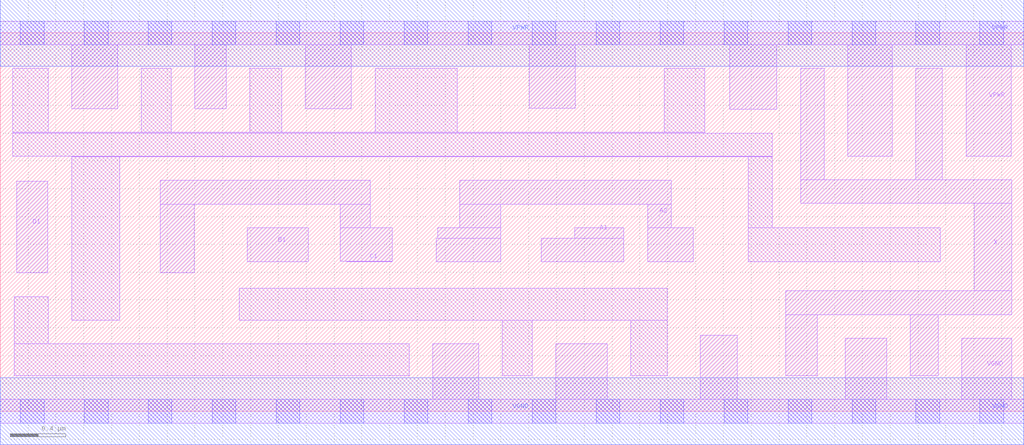
<source format=lef>
# Copyright 2020 The SkyWater PDK Authors
#
# Licensed under the Apache License, Version 2.0 (the "License");
# you may not use this file except in compliance with the License.
# You may obtain a copy of the License at
#
#     https://www.apache.org/licenses/LICENSE-2.0
#
# Unless required by applicable law or agreed to in writing, software
# distributed under the License is distributed on an "AS IS" BASIS,
# WITHOUT WARRANTIES OR CONDITIONS OF ANY KIND, either express or implied.
# See the License for the specific language governing permissions and
# limitations under the License.
#
# SPDX-License-Identifier: Apache-2.0

VERSION 5.7 ;
  NAMESCASESENSITIVE ON ;
  NOWIREEXTENSIONATPIN ON ;
  DIVIDERCHAR "/" ;
  BUSBITCHARS "[]" ;
UNITS
  DATABASE MICRONS 200 ;
END UNITS
MACRO sky130_fd_sc_hd__o2111a_4
  CLASS CORE ;
  SOURCE USER ;
  FOREIGN sky130_fd_sc_hd__o2111a_4 ;
  ORIGIN  0.000000  0.000000 ;
  SIZE  7.360000 BY  2.720000 ;
  SYMMETRY X Y R90 ;
  SITE unithd ;
  PIN A1
    ANTENNAGATEAREA  0.495000 ;
    DIRECTION INPUT ;
    USE SIGNAL ;
    PORT
      LAYER li1 ;
        RECT 3.890000 1.075000 4.485000 1.245000 ;
        RECT 4.130000 1.245000 4.485000 1.320000 ;
    END
  END A1
  PIN A2
    ANTENNAGATEAREA  0.495000 ;
    DIRECTION INPUT ;
    USE SIGNAL ;
    PORT
      LAYER li1 ;
        RECT 3.135000 1.075000 3.600000 1.245000 ;
        RECT 3.145000 1.245000 3.600000 1.320000 ;
        RECT 3.305000 1.320000 3.600000 1.490000 ;
        RECT 3.305000 1.490000 4.825000 1.660000 ;
        RECT 4.655000 1.075000 4.985000 1.320000 ;
        RECT 4.655000 1.320000 4.825000 1.490000 ;
    END
  END A2
  PIN B1
    ANTENNAGATEAREA  0.495000 ;
    DIRECTION INPUT ;
    USE SIGNAL ;
    PORT
      LAYER li1 ;
        RECT 1.775000 1.075000 2.215000 1.320000 ;
    END
  END B1
  PIN C1
    ANTENNAGATEAREA  0.495000 ;
    DIRECTION INPUT ;
    USE SIGNAL ;
    PORT
      LAYER li1 ;
        RECT 1.150000 0.995000 1.395000 1.490000 ;
        RECT 1.150000 1.490000 2.660000 1.660000 ;
        RECT 2.445000 1.080000 2.820000 1.320000 ;
        RECT 2.445000 1.320000 2.660000 1.490000 ;
        RECT 2.490000 1.075000 2.820000 1.080000 ;
    END
  END C1
  PIN D1
    ANTENNAGATEAREA  0.495000 ;
    DIRECTION INPUT ;
    USE SIGNAL ;
    PORT
      LAYER li1 ;
        RECT 0.120000 0.995000 0.340000 1.655000 ;
    END
  END D1
  PIN X
    ANTENNADIFFAREA  0.962500 ;
    DIRECTION OUTPUT ;
    USE SIGNAL ;
    PORT
      LAYER li1 ;
        RECT 5.650000 0.255000 5.875000 0.695000 ;
        RECT 5.650000 0.695000 7.275000 0.865000 ;
        RECT 5.755000 1.495000 7.275000 1.665000 ;
        RECT 5.755000 1.665000 5.925000 2.465000 ;
        RECT 6.545000 0.255000 6.745000 0.695000 ;
        RECT 6.585000 1.665000 6.775000 2.465000 ;
        RECT 7.005000 0.865000 7.275000 1.495000 ;
    END
  END X
  PIN VGND
    DIRECTION INOUT ;
    SHAPE ABUTMENT ;
    USE GROUND ;
    PORT
      LAYER li1 ;
        RECT 0.000000 -0.085000 7.360000 0.085000 ;
        RECT 3.110000  0.085000 3.440000 0.485000 ;
        RECT 3.995000  0.085000 4.365000 0.485000 ;
        RECT 5.035000  0.085000 5.300000 0.545000 ;
        RECT 6.075000  0.085000 6.375000 0.525000 ;
        RECT 6.915000  0.085000 7.275000 0.525000 ;
      LAYER mcon ;
        RECT 0.145000 -0.085000 0.315000 0.085000 ;
        RECT 0.605000 -0.085000 0.775000 0.085000 ;
        RECT 1.065000 -0.085000 1.235000 0.085000 ;
        RECT 1.525000 -0.085000 1.695000 0.085000 ;
        RECT 1.985000 -0.085000 2.155000 0.085000 ;
        RECT 2.445000 -0.085000 2.615000 0.085000 ;
        RECT 2.905000 -0.085000 3.075000 0.085000 ;
        RECT 3.365000 -0.085000 3.535000 0.085000 ;
        RECT 3.825000 -0.085000 3.995000 0.085000 ;
        RECT 4.285000 -0.085000 4.455000 0.085000 ;
        RECT 4.745000 -0.085000 4.915000 0.085000 ;
        RECT 5.205000 -0.085000 5.375000 0.085000 ;
        RECT 5.665000 -0.085000 5.835000 0.085000 ;
        RECT 6.125000 -0.085000 6.295000 0.085000 ;
        RECT 6.585000 -0.085000 6.755000 0.085000 ;
        RECT 7.045000 -0.085000 7.215000 0.085000 ;
      LAYER met1 ;
        RECT 0.000000 -0.240000 7.360000 0.240000 ;
    END
  END VGND
  PIN VPWR
    DIRECTION INOUT ;
    SHAPE ABUTMENT ;
    USE POWER ;
    PORT
      LAYER li1 ;
        RECT 0.000000 2.635000 7.360000 2.805000 ;
        RECT 0.515000 2.175000 0.845000 2.635000 ;
        RECT 1.400000 2.175000 1.625000 2.635000 ;
        RECT 2.195000 2.175000 2.525000 2.635000 ;
        RECT 3.805000 2.180000 4.135000 2.635000 ;
        RECT 5.245000 2.170000 5.585000 2.635000 ;
        RECT 6.095000 1.835000 6.415000 2.635000 ;
        RECT 6.945000 1.835000 7.270000 2.635000 ;
      LAYER mcon ;
        RECT 0.145000 2.635000 0.315000 2.805000 ;
        RECT 0.605000 2.635000 0.775000 2.805000 ;
        RECT 1.065000 2.635000 1.235000 2.805000 ;
        RECT 1.525000 2.635000 1.695000 2.805000 ;
        RECT 1.985000 2.635000 2.155000 2.805000 ;
        RECT 2.445000 2.635000 2.615000 2.805000 ;
        RECT 2.905000 2.635000 3.075000 2.805000 ;
        RECT 3.365000 2.635000 3.535000 2.805000 ;
        RECT 3.825000 2.635000 3.995000 2.805000 ;
        RECT 4.285000 2.635000 4.455000 2.805000 ;
        RECT 4.745000 2.635000 4.915000 2.805000 ;
        RECT 5.205000 2.635000 5.375000 2.805000 ;
        RECT 5.665000 2.635000 5.835000 2.805000 ;
        RECT 6.125000 2.635000 6.295000 2.805000 ;
        RECT 6.585000 2.635000 6.755000 2.805000 ;
        RECT 7.045000 2.635000 7.215000 2.805000 ;
      LAYER met1 ;
        RECT 0.000000 2.480000 7.360000 2.960000 ;
    END
  END VPWR
  OBS
    LAYER li1 ;
      RECT 0.090000 1.835000 5.550000 2.000000 ;
      RECT 0.090000 2.000000 5.065000 2.005000 ;
      RECT 0.090000 2.005000 0.345000 2.465000 ;
      RECT 0.100000 0.255000 2.940000 0.485000 ;
      RECT 0.100000 0.485000 0.345000 0.825000 ;
      RECT 0.515000 0.655000 0.860000 1.830000 ;
      RECT 0.515000 1.830000 5.550000 1.835000 ;
      RECT 1.015000 2.005000 1.230000 2.465000 ;
      RECT 1.720000 0.655000 4.795000 0.885000 ;
      RECT 1.795000 2.005000 2.025000 2.465000 ;
      RECT 2.695000 2.005000 3.285000 2.465000 ;
      RECT 3.610000 0.255000 3.825000 0.655000 ;
      RECT 4.535000 0.255000 4.795000 0.655000 ;
      RECT 4.775000 2.005000 5.065000 2.465000 ;
      RECT 5.380000 1.075000 6.760000 1.320000 ;
      RECT 5.380000 1.320000 5.550000 1.830000 ;
  END
END sky130_fd_sc_hd__o2111a_4
END LIBRARY

</source>
